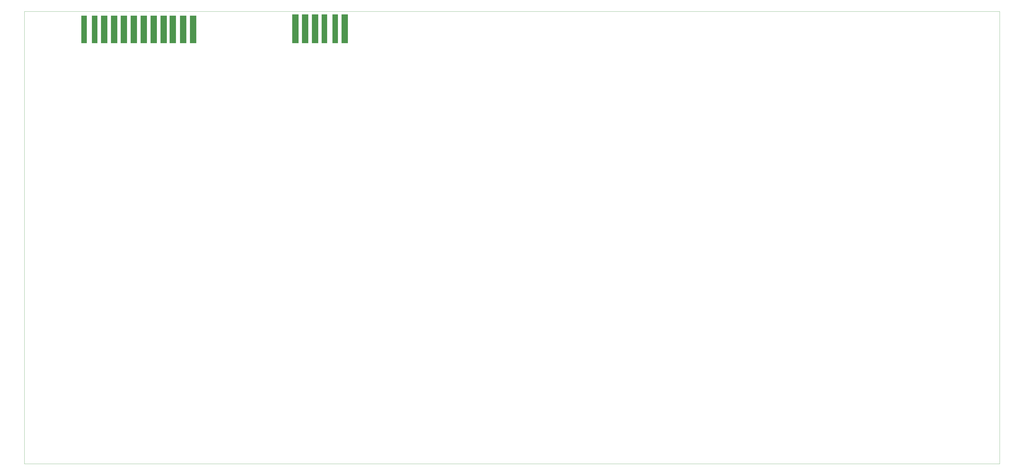
<source format=gbr>
%FSLAX34Y34*%
%MOMM*%
%LNSMDMASK_BOTTOM*%
G71*
G01*
%ADD10C, 0.002*%
%ADD11R, 2.500X11.100*%
%ADD12R, 2.300X11.100*%
%ADD13R, 2.500X11.500*%
%ADD14R, 2.300X11.500*%
%LPD*%
G54D10*
X0Y2003300D02*
X3900000Y2003300D01*
X3900000Y193300D01*
X0Y193300D01*
X0Y2003300D01*
X318777Y1931268D02*
G54D11*
D03*
X358464Y1931268D02*
G54D11*
D03*
X398152Y1931268D02*
G54D11*
D03*
X437839Y1931268D02*
G54D11*
D03*
X477527Y1931268D02*
G54D11*
D03*
X517214Y1931268D02*
G54D11*
D03*
X556902Y1931268D02*
G54D11*
D03*
X593414Y1931268D02*
G54D11*
D03*
X634689Y1931268D02*
G54D11*
D03*
X674376Y1931268D02*
G54D11*
D03*
X239016Y1931268D02*
G54D12*
D03*
X280577Y1931268D02*
G54D12*
D03*
X1280781Y1933675D02*
G54D13*
D03*
X1162031Y1933675D02*
G54D13*
D03*
X1122656Y1933675D02*
G54D13*
D03*
X1083906Y1933675D02*
G54D13*
D03*
X1242756Y1933675D02*
G54D14*
D03*
X1199894Y1933675D02*
G54D14*
D03*
M02*

</source>
